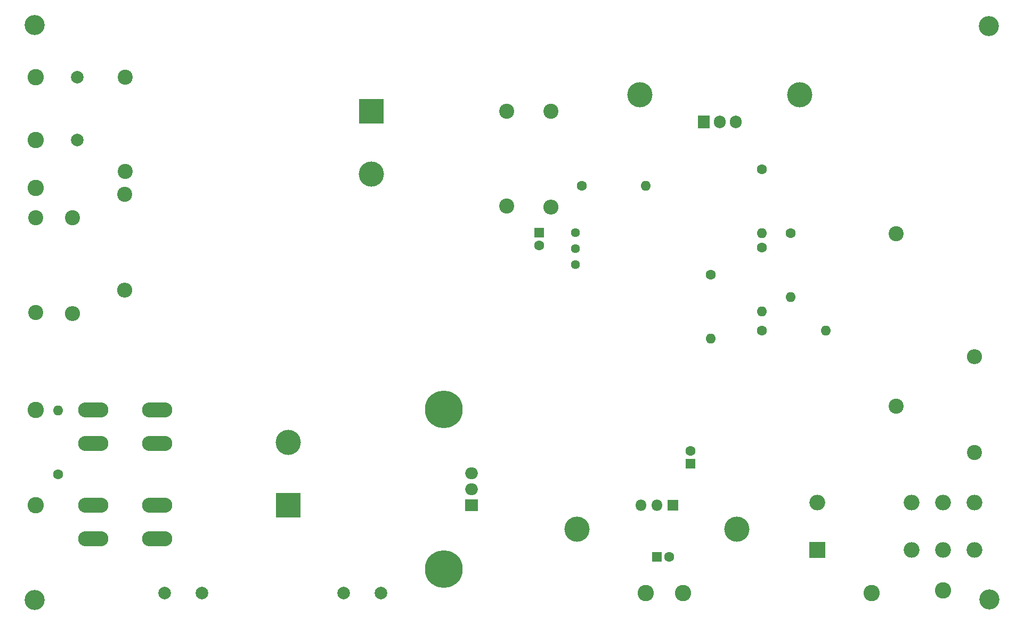
<source format=gbr>
G04 #@! TF.GenerationSoftware,KiCad,Pcbnew,(5.1.10-0-10_14)*
G04 #@! TF.CreationDate,2021-08-03T18:31:46+02:00*
G04 #@! TF.ProjectId,hv-power-supply-v1,68762d70-6f77-4657-922d-737570706c79,rev?*
G04 #@! TF.SameCoordinates,Original*
G04 #@! TF.FileFunction,Soldermask,Bot*
G04 #@! TF.FilePolarity,Negative*
%FSLAX46Y46*%
G04 Gerber Fmt 4.6, Leading zero omitted, Abs format (unit mm)*
G04 Created by KiCad (PCBNEW (5.1.10-0-10_14)) date 2021-08-03 18:31:46*
%MOMM*%
%LPD*%
G01*
G04 APERTURE LIST*
%ADD10O,1.600000X1.600000*%
%ADD11C,1.600000*%
%ADD12C,2.400000*%
%ADD13O,2.400000X2.400000*%
%ADD14C,2.000000*%
%ADD15C,6.000000*%
%ADD16C,4.000000*%
%ADD17R,4.000000X4.000000*%
%ADD18R,2.000000X1.905000*%
%ADD19O,2.000000X1.905000*%
%ADD20O,4.800600X2.400300*%
%ADD21R,1.600000X1.600000*%
%ADD22O,1.905000X2.000000*%
%ADD23R,1.905000X2.000000*%
%ADD24C,2.600000*%
%ADD25C,1.440000*%
%ADD26O,2.500000X2.500000*%
%ADD27R,2.500000X2.500000*%
%ADD28R,1.800000X1.800000*%
%ADD29O,1.800000X1.800000*%
%ADD30C,3.200000*%
G04 APERTURE END LIST*
D10*
X62928500Y-110680500D03*
D11*
X62928500Y-120840500D03*
D12*
X73596500Y-57658000D03*
X73596500Y-72658000D03*
X196088000Y-110050000D03*
X196088000Y-82550000D03*
D13*
X73533000Y-91567000D03*
D12*
X73533000Y-76327000D03*
D14*
X65976500Y-57658000D03*
X65976500Y-67658000D03*
D15*
X124206000Y-135890000D03*
X124206000Y-110490000D03*
D16*
X99504500Y-115753000D03*
D17*
X99504500Y-125753000D03*
D18*
X128613000Y-125753000D03*
D19*
X128613000Y-123213000D03*
X128613000Y-120673000D03*
D16*
X155410000Y-60475000D03*
X180810000Y-60475000D03*
X145377000Y-129563000D03*
X170777000Y-129563000D03*
D13*
X208597500Y-102108000D03*
D12*
X208597500Y-117348000D03*
D20*
X68542000Y-110640000D03*
X78702000Y-110640000D03*
X78702000Y-131087000D03*
X68542000Y-131087000D03*
X78702000Y-125753000D03*
X68542000Y-125753000D03*
X68542000Y-115974000D03*
X78702000Y-115974000D03*
D11*
X163411000Y-117149000D03*
D21*
X163411000Y-119149000D03*
D13*
X65214500Y-95313500D03*
D12*
X65214500Y-80073500D03*
D10*
X166649500Y-99273500D03*
D11*
X166649500Y-89113500D03*
D10*
X156337000Y-74930000D03*
D11*
X146177000Y-74930000D03*
D10*
X174777500Y-82509500D03*
D11*
X174777500Y-72349500D03*
D22*
X170650000Y-64793000D03*
X168110000Y-64793000D03*
D23*
X165570000Y-64793000D03*
D24*
X162268000Y-139723000D03*
X156299000Y-139723000D03*
X59398000Y-110640000D03*
X59372500Y-125753000D03*
X59398000Y-75334000D03*
X59372500Y-67691000D03*
X59372500Y-57658000D03*
D11*
X160077000Y-134008000D03*
D21*
X158077000Y-134008000D03*
D25*
X145186500Y-87526000D03*
X145186500Y-84986000D03*
X145186500Y-82446000D03*
D26*
X183578500Y-125342000D03*
X198578500Y-125342000D03*
X203578500Y-125342000D03*
X208578500Y-125342000D03*
X208578500Y-132842000D03*
X203578500Y-132842000D03*
X198578500Y-132842000D03*
D27*
X183578500Y-132842000D03*
D10*
X179349500Y-92669500D03*
D11*
X179349500Y-82509500D03*
D13*
X141274800Y-78384400D03*
D12*
X141274800Y-63144400D03*
D10*
X184937500Y-98003500D03*
D11*
X174777500Y-98003500D03*
D10*
X174777500Y-94955500D03*
D11*
X174777500Y-84795500D03*
D14*
X108293000Y-139723000D03*
X114262000Y-139723000D03*
X79845000Y-139723000D03*
X85814000Y-139723000D03*
D24*
X192240000Y-139723000D03*
X203543000Y-139342000D03*
D11*
X139382500Y-84423000D03*
D21*
X139382500Y-82423000D03*
D12*
X134213600Y-63144400D03*
X134213600Y-78144400D03*
D16*
X112712500Y-73119000D03*
D17*
X112712500Y-63119000D03*
D12*
X59372500Y-95073500D03*
X59372500Y-80073500D03*
D28*
X160617000Y-125753000D03*
D29*
X158077000Y-125753000D03*
X155537000Y-125753000D03*
D30*
X210947000Y-140716000D03*
X59182000Y-140843000D03*
X210820000Y-49530000D03*
X59182000Y-49403000D03*
M02*

</source>
